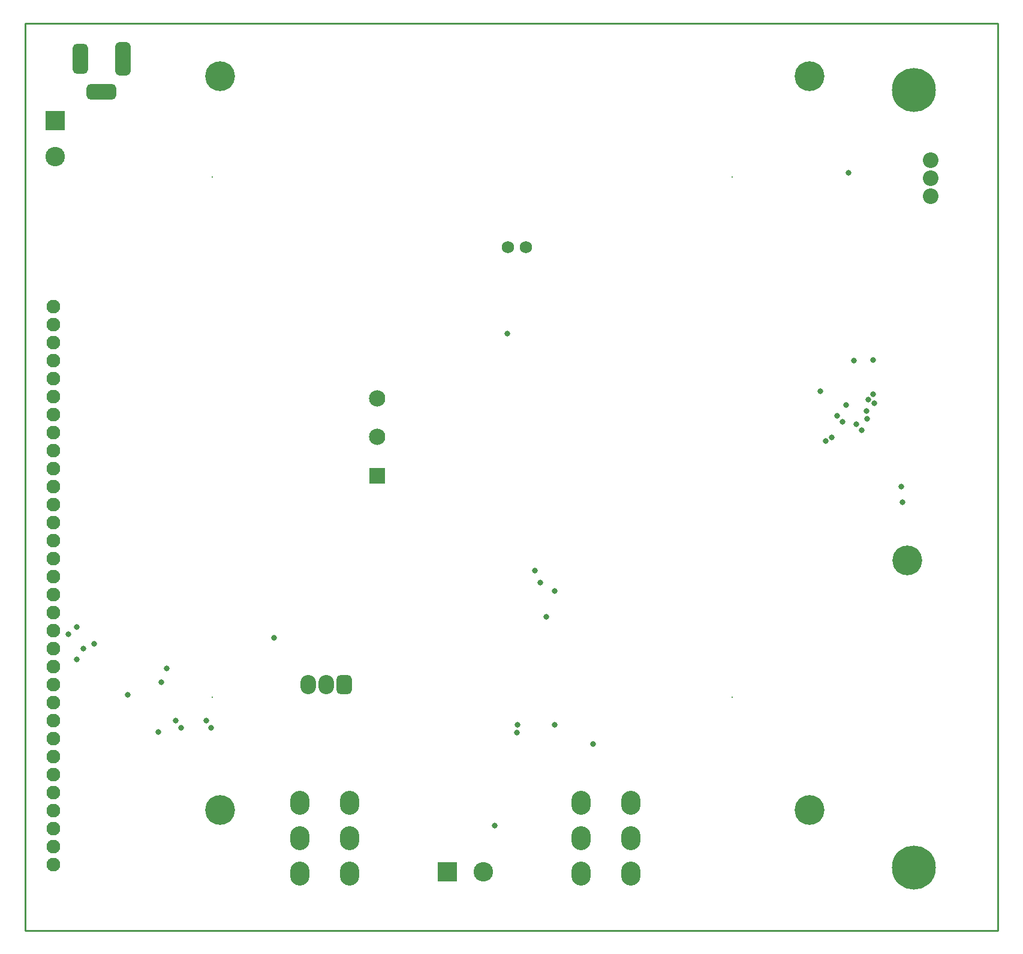
<source format=gbs>
G04*
G04 #@! TF.GenerationSoftware,Altium Limited,CircuitStudio,1.5.2 (30)*
G04*
G04 Layer_Color=8150272*
%FSLAX44Y44*%
%MOMM*%
G71*
G01*
G75*
%ADD29C,0.2500*%
%ADD65R,2.7432X2.7432*%
%ADD66C,2.7432*%
%ADD67C,6.2032*%
%ADD68O,2.7432X3.3782*%
%ADD69R,2.7432X2.7432*%
%ADD70C,4.2032*%
%ADD71C,2.2032*%
G04:AMPARAMS|DCode=72|XSize=2.2032mm|YSize=4.2032mm|CornerRadius=0.6016mm|HoleSize=0mm|Usage=FLASHONLY|Rotation=180.000|XOffset=0mm|YOffset=0mm|HoleType=Round|Shape=RoundedRectangle|*
%AMROUNDEDRECTD72*
21,1,2.2032,3.0000,0,0,180.0*
21,1,1.0000,4.2032,0,0,180.0*
1,1,1.2032,-0.5000,1.5000*
1,1,1.2032,0.5000,1.5000*
1,1,1.2032,0.5000,-1.5000*
1,1,1.2032,-0.5000,-1.5000*
%
%ADD72ROUNDEDRECTD72*%
G04:AMPARAMS|DCode=73|XSize=2.2032mm|YSize=4.7032mm|CornerRadius=0.6016mm|HoleSize=0mm|Usage=FLASHONLY|Rotation=0.000|XOffset=0mm|YOffset=0mm|HoleType=Round|Shape=RoundedRectangle|*
%AMROUNDEDRECTD73*
21,1,2.2032,3.5000,0,0,0.0*
21,1,1.0000,4.7032,0,0,0.0*
1,1,1.2032,0.5000,-1.7500*
1,1,1.2032,-0.5000,-1.7500*
1,1,1.2032,-0.5000,1.7500*
1,1,1.2032,0.5000,1.7500*
%
%ADD73ROUNDEDRECTD73*%
G04:AMPARAMS|DCode=74|XSize=2.2032mm|YSize=4.2032mm|CornerRadius=0.6016mm|HoleSize=0mm|Usage=FLASHONLY|Rotation=90.000|XOffset=0mm|YOffset=0mm|HoleType=Round|Shape=RoundedRectangle|*
%AMROUNDEDRECTD74*
21,1,2.2032,3.0000,0,0,90.0*
21,1,1.0000,4.2032,0,0,90.0*
1,1,1.2032,1.5000,0.5000*
1,1,1.2032,1.5000,-0.5000*
1,1,1.2032,-1.5000,-0.5000*
1,1,1.2032,-1.5000,0.5000*
%
%ADD74ROUNDEDRECTD74*%
G04:AMPARAMS|DCode=75|XSize=2.2032mm|YSize=2.7032mm|CornerRadius=0.6016mm|HoleSize=0mm|Usage=FLASHONLY|Rotation=0.000|XOffset=0mm|YOffset=0mm|HoleType=Round|Shape=RoundedRectangle|*
%AMROUNDEDRECTD75*
21,1,2.2032,1.5000,0,0,0.0*
21,1,1.0000,2.7032,0,0,0.0*
1,1,1.2032,0.5000,-0.7500*
1,1,1.2032,-0.5000,-0.7500*
1,1,1.2032,-0.5000,0.7500*
1,1,1.2032,0.5000,0.7500*
%
%ADD75ROUNDEDRECTD75*%
%ADD76O,2.2032X2.7032*%
%ADD77C,0.2032*%
%ADD78C,2.3032*%
%ADD79R,2.3032X2.3032*%
%ADD80C,1.7272*%
%ADD81C,1.9532*%
%ADD82C,0.8032*%
D29*
X1601500Y1421000D02*
X2974500Y1421000D01*
Y2701000D01*
X1601500D02*
X2974500D01*
X1601500Y1421000D02*
Y2701000D01*
D65*
X2197698Y1504000D02*
D03*
D66*
X2248498D02*
D03*
X1644000Y2512700D02*
D03*
D67*
X2856500Y1510000D02*
D03*
Y2607000D02*
D03*
D68*
X1988948Y1501000D02*
D03*
X2059052D02*
D03*
Y1551000D02*
D03*
X1988948D02*
D03*
X2059052Y1601000D02*
D03*
X1988948D02*
D03*
X2386448Y1501000D02*
D03*
X2456552D02*
D03*
Y1551000D02*
D03*
X2386448D02*
D03*
X2456552Y1601000D02*
D03*
X2386448D02*
D03*
D69*
X1644000Y2563500D02*
D03*
D70*
X1876500Y2626000D02*
D03*
X2709000D02*
D03*
X1876500Y1591000D02*
D03*
X2709000D02*
D03*
X2846500Y1943000D02*
D03*
D71*
X2879500Y2456600D02*
D03*
Y2482000D02*
D03*
Y2507400D02*
D03*
D72*
X1679000Y2651000D02*
D03*
D73*
X1739000D02*
D03*
D74*
X1709000Y2604000D02*
D03*
D75*
X2051900Y1768000D02*
D03*
D76*
X2026500D02*
D03*
X2001100D02*
D03*
D77*
X1865400Y1749900D02*
D03*
X2599600D02*
D03*
Y2484100D02*
D03*
X1865400D02*
D03*
D78*
X2098400Y2171500D02*
D03*
Y2117100D02*
D03*
D79*
Y2062700D02*
D03*
D80*
X2282600Y2385250D02*
D03*
X2308000D02*
D03*
D81*
X1641500Y2300900D02*
D03*
Y2275500D02*
D03*
Y2250100D02*
D03*
Y2224700D02*
D03*
Y2199300D02*
D03*
Y2173900D02*
D03*
Y2148500D02*
D03*
Y2123100D02*
D03*
Y2097700D02*
D03*
Y2072300D02*
D03*
Y2046900D02*
D03*
Y2021500D02*
D03*
Y1970700D02*
D03*
Y1996100D02*
D03*
Y1691300D02*
D03*
Y1716700D02*
D03*
Y1767500D02*
D03*
Y1742100D02*
D03*
Y1843700D02*
D03*
Y1869100D02*
D03*
Y1818300D02*
D03*
Y1792900D02*
D03*
Y1894500D02*
D03*
Y1945300D02*
D03*
Y1919900D02*
D03*
Y1615100D02*
D03*
Y1640500D02*
D03*
Y1665900D02*
D03*
Y1589700D02*
D03*
Y1564300D02*
D03*
Y1538900D02*
D03*
Y1513500D02*
D03*
D82*
X1746500Y1753500D02*
D03*
X1794000Y1771000D02*
D03*
X1801500Y1791000D02*
D03*
X2763500Y2490000D02*
D03*
X2295650Y1700200D02*
D03*
X2838500Y2047000D02*
D03*
X2840000Y2025500D02*
D03*
X2724500Y2182000D02*
D03*
X2731500Y2112000D02*
D03*
X2790500Y2143000D02*
D03*
X2791500Y2170000D02*
D03*
X2798500Y2178000D02*
D03*
X2789500Y2154000D02*
D03*
X2800500Y2165000D02*
D03*
X2782500Y2127000D02*
D03*
X2774500Y2135000D02*
D03*
X2740500Y2117000D02*
D03*
X2747500Y2147000D02*
D03*
X2755500Y2139000D02*
D03*
X2760500Y2161998D02*
D03*
X2771500Y2225000D02*
D03*
X2798500Y2226000D02*
D03*
X1674500Y1849000D02*
D03*
X1698500Y1825000D02*
D03*
X1662500Y1839000D02*
D03*
X1683500Y1819000D02*
D03*
X2282500Y2262750D02*
D03*
X1857250Y1717250D02*
D03*
X1864250Y1706750D02*
D03*
X2348998Y1710760D02*
D03*
X2349000Y1900000D02*
D03*
X2403017Y1683983D02*
D03*
X2336952Y1863452D02*
D03*
X1821750Y1706750D02*
D03*
X1814000Y1717250D02*
D03*
X2328310Y1912000D02*
D03*
X1952500Y1834100D02*
D03*
X2321500Y1928500D02*
D03*
X2296500Y1711000D02*
D03*
X1789000Y1701000D02*
D03*
X1674000Y1803500D02*
D03*
X2264000Y1568500D02*
D03*
M02*

</source>
